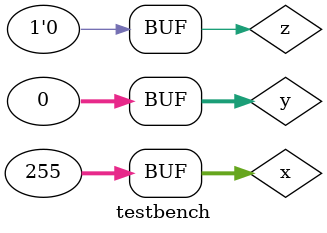
<source format=v>
module testbench;
	reg [31:0] x,y;
	reg z;
	wire [31:0]s;
	wire c;
	ADDER8 fl(s,c,x,y,z);
	initial
	$monitor(,$time,"  x=%32b,y=%32b,z=%b,s=%32b,c=%b",x,y,z,s,c);
	initial
	begin
		#0 x=8'b00000000111111111111;y=8'b00000000;z=1'b0;

	end
endmodule
</source>
